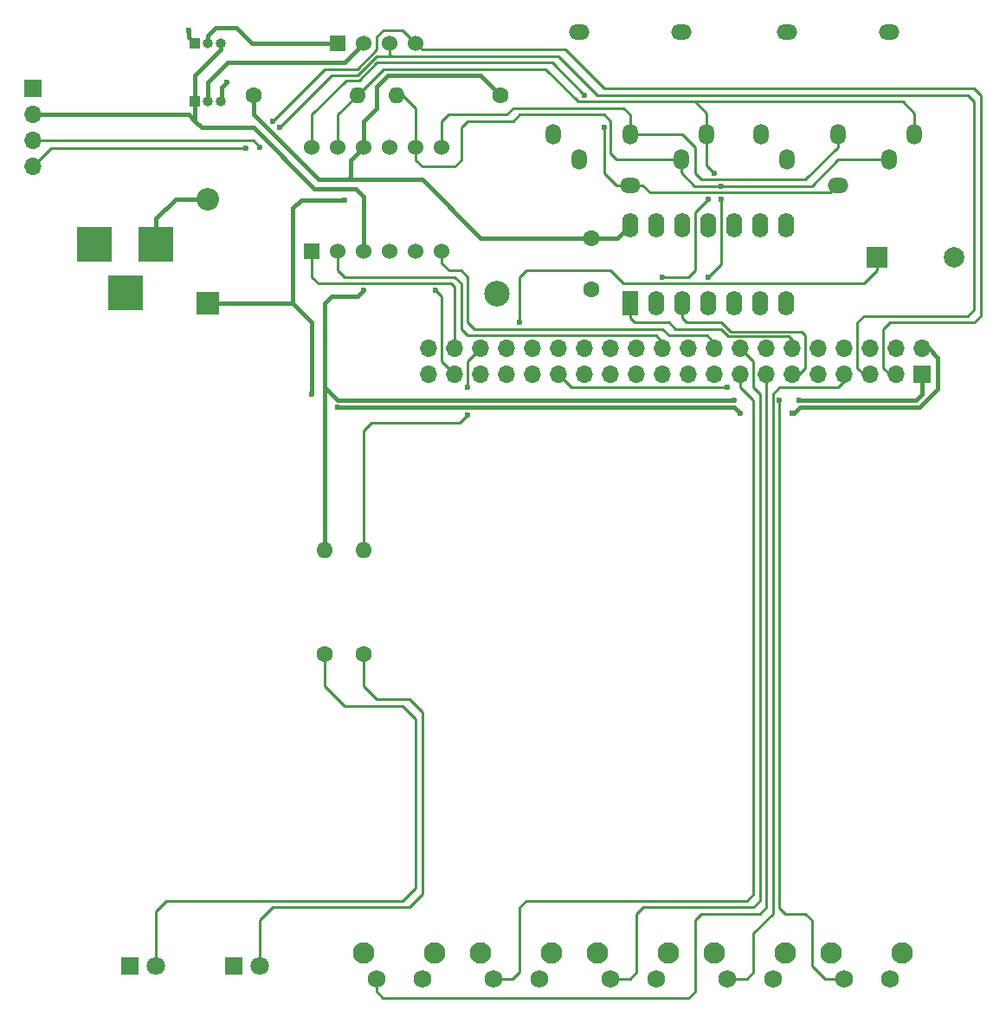
<source format=gtl>
G04 #@! TF.GenerationSoftware,KiCad,Pcbnew,(5.1.5)-3*
G04 #@! TF.CreationDate,2020-09-27T22:15:39+02:00*
G04 #@! TF.ProjectId,C64 Pi1541-II Module,43363420-5069-4313-9534-312d4949204d,rev?*
G04 #@! TF.SameCoordinates,Original*
G04 #@! TF.FileFunction,Copper,L1,Top*
G04 #@! TF.FilePolarity,Positive*
%FSLAX46Y46*%
G04 Gerber Fmt 4.6, Leading zero omitted, Abs format (unit mm)*
G04 Created by KiCad (PCBNEW (5.1.5)-3) date 2020-09-27 22:15:39*
%MOMM*%
%LPD*%
G04 APERTURE LIST*
%ADD10C,2.100000*%
%ADD11C,1.750000*%
%ADD12O,1.700000X1.700000*%
%ADD13R,1.700000X1.700000*%
%ADD14C,2.000000*%
%ADD15R,2.000000X2.000000*%
%ADD16C,1.600000*%
%ADD17O,2.200000X2.200000*%
%ADD18R,2.200000X2.200000*%
%ADD19R,1.800000X1.800000*%
%ADD20C,1.800000*%
%ADD21R,1.524000X1.524000*%
%ADD22C,1.524000*%
%ADD23C,2.500000*%
%ADD24O,1.600000X2.400000*%
%ADD25R,1.600000X2.400000*%
%ADD26R,3.500000X3.500000*%
%ADD27O,1.524000X2.000000*%
%ADD28O,2.000000X1.524000*%
%ADD29O,1.600000X1.600000*%
%ADD30O,1.000000X1.000000*%
%ADD31R,1.000000X1.000000*%
%ADD32C,0.600000*%
%ADD33C,0.381000*%
%ADD34C,0.250000*%
G04 APERTURE END LIST*
D10*
X136505000Y-147370000D03*
D11*
X135255000Y-149860000D03*
X130755000Y-149860000D03*
D10*
X129495000Y-147370000D03*
X147935000Y-147370000D03*
D11*
X146685000Y-149860000D03*
X142185000Y-149860000D03*
D10*
X140925000Y-147370000D03*
X152355000Y-147370000D03*
D11*
X153615000Y-149860000D03*
X158115000Y-149860000D03*
D10*
X159365000Y-147370000D03*
X113645000Y-147370000D03*
D11*
X112395000Y-149860000D03*
X107895000Y-149860000D03*
D10*
X106635000Y-147370000D03*
X118065000Y-147370000D03*
D11*
X119325000Y-149860000D03*
X123825000Y-149860000D03*
D10*
X125075000Y-147370000D03*
D12*
X74295000Y-70485000D03*
X74295000Y-67945000D03*
X74295000Y-65405000D03*
D13*
X74295000Y-62865000D03*
D12*
X113030000Y-88265000D03*
X113030000Y-90805000D03*
X130810000Y-88265000D03*
X130810000Y-90805000D03*
X135890000Y-88265000D03*
X135890000Y-90805000D03*
X125730000Y-88265000D03*
X125730000Y-90805000D03*
X153670000Y-88265000D03*
X153670000Y-90805000D03*
X123190000Y-88265000D03*
X123190000Y-90805000D03*
X140970000Y-88265000D03*
X140970000Y-90805000D03*
X118110000Y-88265000D03*
X118110000Y-90805000D03*
X120650000Y-88265000D03*
X120650000Y-90805000D03*
X115570000Y-88265000D03*
X115570000Y-90805000D03*
X138430000Y-88265000D03*
X138430000Y-90805000D03*
X151130000Y-88265000D03*
X151130000Y-90805000D03*
X146050000Y-88265000D03*
X146050000Y-90805000D03*
X128270000Y-88265000D03*
X128270000Y-90805000D03*
X148590000Y-88265000D03*
X148590000Y-90805000D03*
X133350000Y-88265000D03*
X133350000Y-90805000D03*
D13*
X161290000Y-90805000D03*
D12*
X161290000Y-88265000D03*
X156210000Y-90805000D03*
X158750000Y-88265000D03*
X143510000Y-88265000D03*
X143510000Y-90805000D03*
X158750000Y-90805000D03*
X156210000Y-88265000D03*
D14*
X164445000Y-79375000D03*
D15*
X156845000Y-79375000D03*
D16*
X128905000Y-82470000D03*
X128905000Y-77470000D03*
D17*
X91440000Y-73660000D03*
D18*
X91440000Y-83820000D03*
D19*
X93980000Y-148590000D03*
D20*
X96520000Y-148590000D03*
X86360000Y-148590000D03*
D19*
X83820000Y-148590000D03*
D21*
X104140000Y-58420000D03*
D22*
X106680000Y-58420000D03*
X109220000Y-58420000D03*
X111760000Y-58420000D03*
D23*
X119700000Y-82920000D03*
D24*
X132715000Y-76200000D03*
X147955000Y-83820000D03*
X135255000Y-76200000D03*
X145415000Y-83820000D03*
X137795000Y-76200000D03*
X142875000Y-83820000D03*
X140335000Y-76200000D03*
X140335000Y-83820000D03*
X142875000Y-76200000D03*
X137795000Y-83820000D03*
X145415000Y-76200000D03*
X135255000Y-83820000D03*
X147955000Y-76200000D03*
D25*
X132715000Y-83820000D03*
D21*
X101600000Y-78740000D03*
D22*
X104140000Y-78740000D03*
X106680000Y-78740000D03*
X109220000Y-78740000D03*
X111760000Y-78740000D03*
X114300000Y-78740000D03*
X114300000Y-68580000D03*
X111760000Y-68580000D03*
X109220000Y-68580000D03*
X106680000Y-68580000D03*
X104140000Y-68580000D03*
X101600000Y-68580000D03*
D26*
X83360000Y-82805000D03*
X80360000Y-78105000D03*
X86360000Y-78105000D03*
D27*
X158035000Y-69810000D03*
X148035000Y-69810000D03*
X160535000Y-67310000D03*
X145535000Y-67310000D03*
D28*
X158035000Y-57310000D03*
X148035000Y-57310000D03*
D27*
X153035000Y-67310000D03*
D28*
X153035000Y-72310000D03*
X132715000Y-72310000D03*
D27*
X132715000Y-67310000D03*
D28*
X127715000Y-57310000D03*
X137715000Y-57310000D03*
D27*
X125215000Y-67310000D03*
X140215000Y-67310000D03*
X127715000Y-69810000D03*
X137715000Y-69810000D03*
D16*
X95885000Y-63500000D03*
D29*
X106045000Y-63500000D03*
X109855000Y-63500000D03*
D16*
X120015000Y-63500000D03*
D29*
X102870000Y-107950000D03*
D16*
X102870000Y-118110000D03*
X106680000Y-118110000D03*
D29*
X106680000Y-107950000D03*
D30*
X92710000Y-58420000D03*
X91440000Y-58420000D03*
D31*
X90170000Y-58420000D03*
X90170000Y-64135000D03*
D30*
X91440000Y-64135000D03*
X92710000Y-64135000D03*
D32*
X89535000Y-57150014D03*
X93289490Y-62230026D03*
X106680000Y-82550000D03*
X142875000Y-93289490D03*
X149216261Y-93307664D03*
X104140000Y-93980000D03*
X101600000Y-92710000D03*
X143510000Y-94615000D03*
X148590022Y-94615000D03*
X105410008Y-71754992D03*
X104775000Y-73715510D03*
X142240000Y-92075000D03*
X147320000Y-93289490D03*
X116840000Y-92075000D03*
X116840000Y-94742000D03*
X121920000Y-85725000D03*
X113665038Y-82550000D03*
X96520000Y-68579986D03*
X98425000Y-66675000D03*
X95125551Y-68704449D03*
X97789970Y-66040000D03*
X140335000Y-81280000D03*
X141605000Y-72390012D03*
X141605000Y-73660000D03*
X140970000Y-71120000D03*
X140335000Y-73660000D03*
X135890000Y-81280000D03*
X128270000Y-63500000D03*
X130175000Y-66675000D03*
D33*
X89535000Y-57815000D02*
X89535000Y-57150014D01*
X90140000Y-58420000D02*
X89535000Y-57815000D01*
X92740000Y-62779516D02*
X93289490Y-62230026D01*
X92740000Y-64135000D02*
X92740000Y-62779516D01*
X103505000Y-83185000D02*
X102870000Y-83820000D01*
X106680000Y-82550000D02*
X106045000Y-83185000D01*
X106045000Y-83185000D02*
X103505000Y-83185000D01*
X102870000Y-92710000D02*
X102870000Y-107950000D01*
X102870000Y-90805000D02*
X102870000Y-92710000D01*
X102870000Y-83820000D02*
X102870000Y-90805000D01*
X160692336Y-93307664D02*
X149640525Y-93307664D01*
X161290000Y-92710000D02*
X160692336Y-93307664D01*
X149640525Y-93307664D02*
X149216261Y-93307664D01*
X161290000Y-90805000D02*
X161290000Y-92710000D01*
X106680000Y-73406000D02*
X106680000Y-78740000D01*
X105918000Y-72644000D02*
X106680000Y-73406000D01*
X95885000Y-66675000D02*
X101854000Y-72644000D01*
X101854000Y-72644000D02*
X105918000Y-72644000D01*
X94615000Y-66675000D02*
X95885000Y-66675000D01*
X142450736Y-93289490D02*
X142875000Y-93289490D01*
X102870000Y-90805000D02*
X102870000Y-92075000D01*
X104084490Y-93289490D02*
X142450736Y-93289490D01*
X102870000Y-92075000D02*
X104084490Y-93289490D01*
X90170000Y-61595000D02*
X90170000Y-64135000D01*
X92710000Y-58420000D02*
X92710000Y-59055000D01*
X92710000Y-59055000D02*
X90170000Y-61595000D01*
X94615000Y-66675000D02*
X90805000Y-66675000D01*
X90170000Y-66040000D02*
X90170000Y-64135000D01*
X90805000Y-66675000D02*
X90170000Y-66040000D01*
X89535000Y-65405000D02*
X90170000Y-66040000D01*
X83820000Y-65405000D02*
X89535000Y-65405000D01*
X83820000Y-65405000D02*
X74295000Y-65405000D01*
X101600000Y-92285736D02*
X101600000Y-92710000D01*
X104140000Y-93980000D02*
X142875000Y-93980000D01*
X142875000Y-93980000D02*
X143510000Y-94615000D01*
X148738643Y-94615000D02*
X148590022Y-94615000D01*
X149373643Y-93980000D02*
X148738643Y-94615000D01*
X162814000Y-92202000D02*
X161036000Y-93980000D01*
X162814000Y-89154000D02*
X162814000Y-92202000D01*
X161925000Y-88265000D02*
X162814000Y-89154000D01*
X161036000Y-93980000D02*
X149373643Y-93980000D01*
X161290000Y-88265000D02*
X161925000Y-88265000D01*
X131445000Y-77470000D02*
X132715000Y-76200000D01*
X128905000Y-77470000D02*
X131445000Y-77470000D01*
X118110000Y-77470000D02*
X112395000Y-71755000D01*
X128905000Y-77470000D02*
X118110000Y-77470000D01*
X112395000Y-71755000D02*
X105410008Y-71754992D01*
X101600000Y-85725000D02*
X99695000Y-83820000D01*
X101600000Y-85725000D02*
X101600000Y-92285736D01*
X105410008Y-69849992D02*
X106680000Y-68580000D01*
X105410008Y-71754992D02*
X105410008Y-69849992D01*
X105410008Y-71754992D02*
X102234992Y-71754992D01*
X95885000Y-65405000D02*
X95885000Y-63500000D01*
X102234992Y-71754992D02*
X95885000Y-65405000D01*
X99695000Y-83820000D02*
X99695000Y-74549000D01*
X100528490Y-73715510D02*
X104775000Y-73715510D01*
X99695000Y-74549000D02*
X100528490Y-73715510D01*
X106680000Y-66040000D02*
X106680000Y-68580000D01*
X118110000Y-61595000D02*
X109029500Y-61595000D01*
X107950000Y-62674500D02*
X107950000Y-64770000D01*
X120015000Y-63500000D02*
X118110000Y-61595000D01*
X109029500Y-61595000D02*
X107950000Y-62674500D01*
X107950000Y-64770000D02*
X106680000Y-66040000D01*
X99695000Y-83820000D02*
X91440000Y-83820000D01*
X86360000Y-75565000D02*
X86360000Y-78105000D01*
X91440000Y-73660000D02*
X88265000Y-73660000D01*
X88265000Y-73660000D02*
X86360000Y-75565000D01*
D34*
X97790000Y-142875000D02*
X96520000Y-144145000D01*
X111125000Y-142875000D02*
X97790000Y-142875000D01*
X112395000Y-141605000D02*
X111125000Y-142875000D01*
X107950000Y-122555000D02*
X111125000Y-122555000D01*
X111125000Y-122555000D02*
X112395000Y-123825000D01*
X96520000Y-144145000D02*
X96520000Y-148590000D01*
X106680000Y-118110000D02*
X106680000Y-121285000D01*
X106680000Y-121285000D02*
X107950000Y-122555000D01*
X112395000Y-123825000D02*
X112395000Y-141605000D01*
D33*
X91440000Y-64135000D02*
X91440000Y-62230000D01*
X91440000Y-62230000D02*
X93345000Y-60325000D01*
X93345000Y-60325000D02*
X104775000Y-60325000D01*
X104775000Y-60325000D02*
X106680000Y-58420000D01*
D34*
X110490000Y-142240000D02*
X95885000Y-142240000D01*
X102870000Y-121285000D02*
X104775000Y-123190000D01*
X102870000Y-118110000D02*
X102870000Y-121285000D01*
X111760000Y-124460000D02*
X111760000Y-140970000D01*
X111760000Y-140970000D02*
X110490000Y-142240000D01*
X104775000Y-123190000D02*
X110490000Y-123190000D01*
X110490000Y-123190000D02*
X111760000Y-124460000D01*
X86360000Y-148590000D02*
X86360000Y-143256000D01*
X87376000Y-142240000D02*
X95758000Y-142240000D01*
X86360000Y-143256000D02*
X87376000Y-142240000D01*
X95885000Y-142240000D02*
X95758000Y-142240000D01*
X135890000Y-87630000D02*
X135890000Y-88265000D01*
X116840000Y-86995000D02*
X135255000Y-86995000D01*
X116205000Y-86360000D02*
X116840000Y-86995000D01*
X104140000Y-80645000D02*
X104775000Y-81280000D01*
X104775000Y-81280000D02*
X115570000Y-81280000D01*
X135255000Y-86995000D02*
X135890000Y-87630000D01*
X104140000Y-78740000D02*
X104140000Y-80645000D01*
X115570000Y-81280000D02*
X116205000Y-81915000D01*
X116205000Y-81915000D02*
X116205000Y-86360000D01*
X125730000Y-90805000D02*
X127000000Y-92075000D01*
X127000000Y-92075000D02*
X142240000Y-92075000D01*
X147320000Y-142897436D02*
X147320000Y-93713754D01*
X147320000Y-93713754D02*
X147320000Y-93289490D01*
X153615000Y-149860000D02*
X151765000Y-149860000D01*
X151765000Y-149860000D02*
X150495000Y-148590000D01*
X150495000Y-148590000D02*
X150495000Y-144145000D01*
X150495000Y-144145000D02*
X149860000Y-143510000D01*
X147932564Y-143510000D02*
X147320000Y-142897436D01*
X149860000Y-143510000D02*
X147932564Y-143510000D01*
X153670000Y-91440000D02*
X153670000Y-90805000D01*
X146685000Y-92710000D02*
X147320000Y-92075000D01*
X153035000Y-92075000D02*
X153670000Y-91440000D01*
X147320000Y-92075000D02*
X153035000Y-92075000D01*
X146685000Y-143510000D02*
X146685000Y-92710000D01*
X142185000Y-149860000D02*
X144145000Y-149860000D01*
X144145000Y-149860000D02*
X144780000Y-149225000D01*
X144780000Y-145415000D02*
X146685000Y-143510000D01*
X144780000Y-149225000D02*
X144780000Y-145415000D01*
X140970000Y-87697919D02*
X140970000Y-88265000D01*
X136525000Y-86995000D02*
X140267081Y-86995000D01*
X117475000Y-86360000D02*
X135890000Y-86360000D01*
X135890000Y-86360000D02*
X136525000Y-86995000D01*
X116840000Y-85725000D02*
X117475000Y-86360000D01*
X114300000Y-78740000D02*
X114300000Y-79913815D01*
X116840000Y-81280000D02*
X116840000Y-85725000D01*
X140267081Y-86995000D02*
X140970000Y-87697919D01*
X114300000Y-79913815D02*
X115031185Y-80645000D01*
X115031185Y-80645000D02*
X116205000Y-80645000D01*
X116205000Y-80645000D02*
X116840000Y-81280000D01*
X116840000Y-89535000D02*
X118110000Y-88265000D01*
X116840000Y-92075000D02*
X116840000Y-89535000D01*
X107442000Y-95504000D02*
X116078000Y-95504000D01*
X116078000Y-95504000D02*
X116840000Y-94742000D01*
X106680000Y-107950000D02*
X106680000Y-96266000D01*
X106680000Y-96266000D02*
X107442000Y-95504000D01*
X156845000Y-80645000D02*
X156845000Y-79375000D01*
X121920000Y-81280000D02*
X122555000Y-80645000D01*
X155575000Y-81915000D02*
X156845000Y-80645000D01*
X132080000Y-81915000D02*
X155575000Y-81915000D01*
X121920000Y-85725000D02*
X121920000Y-81280000D01*
X122555000Y-80645000D02*
X130810000Y-80645000D01*
X130810000Y-80645000D02*
X132080000Y-81915000D01*
X115225002Y-81915000D02*
X115570000Y-82259998D01*
X102235000Y-81915000D02*
X115225002Y-81915000D01*
X101600000Y-81280000D02*
X102235000Y-81915000D01*
X115570000Y-82259998D02*
X115570000Y-87062919D01*
X101600000Y-78740000D02*
X101600000Y-81280000D01*
X115570000Y-87062919D02*
X115570000Y-88265000D01*
X113965037Y-82849999D02*
X113665038Y-82550000D01*
X114299968Y-83184930D02*
X113965037Y-82849999D01*
X115570000Y-90805000D02*
X114299968Y-89534968D01*
X114299968Y-89534968D02*
X114299968Y-83184930D01*
X138430000Y-151765000D02*
X110467564Y-151765000D01*
X139065000Y-151130000D02*
X138430000Y-151765000D01*
X146050000Y-90805000D02*
X146050000Y-142875000D01*
X145415000Y-143510000D02*
X139700000Y-143510000D01*
X139700000Y-143510000D02*
X139065000Y-144145000D01*
X146050000Y-142875000D02*
X145415000Y-143510000D01*
X139065000Y-144145000D02*
X139065000Y-151130000D01*
X107895000Y-151097436D02*
X108562564Y-151765000D01*
X107895000Y-149860000D02*
X107895000Y-151097436D01*
X108562564Y-151765000D02*
X110467564Y-151765000D01*
X148590000Y-87415001D02*
X148590000Y-88265000D01*
X142333588Y-87089999D02*
X148264998Y-87089999D01*
X141603589Y-86360000D02*
X142333588Y-87089999D01*
X132715000Y-85270000D02*
X133170000Y-85725000D01*
X148264998Y-87089999D02*
X148590000Y-87415001D01*
X136525000Y-85725000D02*
X137160000Y-86360000D01*
X132715000Y-83820000D02*
X132715000Y-85270000D01*
X133170000Y-85725000D02*
X136525000Y-85725000D01*
X137160000Y-86360000D02*
X141603589Y-86360000D01*
X149860000Y-90170000D02*
X149225000Y-90805000D01*
X149860000Y-86995000D02*
X149860000Y-90170000D01*
X149225000Y-90805000D02*
X148590000Y-90805000D01*
X149504988Y-86639988D02*
X149860000Y-86995000D01*
X137795000Y-85270000D02*
X138250000Y-85725000D01*
X137795000Y-83820000D02*
X137795000Y-85270000D01*
X138250000Y-85725000D02*
X141605000Y-85725000D01*
X142519988Y-86639988D02*
X149504988Y-86639988D01*
X141605000Y-85725000D02*
X142519988Y-86639988D01*
X109220000Y-59055000D02*
X109220000Y-58420000D01*
X109220000Y-59497630D02*
X109220000Y-58420000D01*
X109412370Y-59690000D02*
X109220000Y-59497630D01*
X155575000Y-85090000D02*
X165735000Y-85090000D01*
X156210000Y-90805000D02*
X155575000Y-90805000D01*
X154940000Y-85725000D02*
X155575000Y-85090000D01*
X154940000Y-90170000D02*
X154940000Y-85725000D01*
X155575000Y-90805000D02*
X154940000Y-90170000D01*
X165735000Y-85090000D02*
X166370000Y-84455000D01*
X166370000Y-84455000D02*
X166370000Y-64135000D01*
X129540000Y-63500000D02*
X125730000Y-59690000D01*
X125730000Y-59690000D02*
X109412370Y-59690000D01*
X166370000Y-64135000D02*
X165735000Y-63500000D01*
X165735000Y-63500000D02*
X129540000Y-63500000D01*
X95885014Y-67945000D02*
X96520000Y-68579986D01*
X83820000Y-67945000D02*
X95885014Y-67945000D01*
X109412370Y-59690000D02*
X107951410Y-59690000D01*
X106046410Y-61595000D02*
X103505000Y-61595000D01*
X98724999Y-66375001D02*
X98425000Y-66675000D01*
X103505000Y-61595000D02*
X98724999Y-66375001D01*
X107951410Y-59690000D02*
X106046410Y-61595000D01*
X83820000Y-67945000D02*
X74295000Y-67945000D01*
X133350000Y-143510000D02*
X133350000Y-149225000D01*
X133350000Y-149225000D02*
X132715000Y-149860000D01*
X133985000Y-142875000D02*
X133350000Y-143510000D01*
X143510000Y-88265000D02*
X144780000Y-89535000D01*
X144780000Y-89535000D02*
X144780000Y-92075000D01*
X132715000Y-149860000D02*
X132660000Y-149860000D01*
X144780000Y-142875000D02*
X133985000Y-142875000D01*
X144780000Y-92075000D02*
X145415000Y-92710000D01*
X145415000Y-142240000D02*
X144780000Y-142875000D01*
X145415000Y-92710000D02*
X145415000Y-142240000D01*
X130755000Y-149860000D02*
X132715000Y-149860000D01*
X143510000Y-92007081D02*
X144780000Y-93277081D01*
X144780000Y-93277081D02*
X144780000Y-141605000D01*
X143510000Y-90805000D02*
X143510000Y-92007081D01*
X144780000Y-141605000D02*
X144145000Y-142240000D01*
X144145000Y-142240000D02*
X124460000Y-142240000D01*
X124460000Y-142240000D02*
X122555000Y-142240000D01*
X122555000Y-142240000D02*
X121920000Y-142875000D01*
X121920000Y-149170000D02*
X121230000Y-149860000D01*
X121920000Y-142875000D02*
X121920000Y-149170000D01*
X119325000Y-149860000D02*
X121230000Y-149860000D01*
X112395000Y-59055000D02*
X111760000Y-58420000D01*
X126365000Y-59055000D02*
X112395000Y-59055000D01*
X157480000Y-90170000D02*
X157480000Y-86360000D01*
X167005000Y-63500000D02*
X166370000Y-62865000D01*
X158750000Y-90805000D02*
X158115000Y-90805000D01*
X157480000Y-86360000D02*
X158115000Y-85725000D01*
X158115000Y-90805000D02*
X157480000Y-90170000D01*
X166370000Y-85725000D02*
X167005000Y-85090000D01*
X158115000Y-85725000D02*
X166370000Y-85725000D01*
X166370000Y-62865000D02*
X130175000Y-62865000D01*
X130175000Y-62865000D02*
X126365000Y-59055000D01*
X167005000Y-85090000D02*
X167005000Y-63500000D01*
X95125551Y-68704449D02*
X85600551Y-68704449D01*
X102869970Y-60960000D02*
X98089969Y-65740001D01*
X111760000Y-58420000D02*
X110490000Y-57150000D01*
X110490000Y-57150000D02*
X108585000Y-57150000D01*
X108585000Y-57150000D02*
X107950000Y-57785000D01*
X107950000Y-57785000D02*
X107950000Y-59055000D01*
X98089969Y-65740001D02*
X97789970Y-66040000D01*
X106045000Y-60960000D02*
X102869970Y-60960000D01*
X107950000Y-59055000D02*
X106045000Y-60960000D01*
X76075551Y-68704449D02*
X74295000Y-70485000D01*
X85600551Y-68704449D02*
X76075551Y-68704449D01*
D33*
X92202000Y-56896000D02*
X91440000Y-57658000D01*
X94234000Y-56896000D02*
X92202000Y-56896000D01*
X95758000Y-58420000D02*
X94234000Y-56896000D01*
X104140000Y-58420000D02*
X95758000Y-58420000D01*
X91440000Y-57658000D02*
X91440000Y-58420000D01*
D34*
X110490000Y-63500000D02*
X109855000Y-63500000D01*
X111760000Y-68580000D02*
X111760000Y-64770000D01*
X111760000Y-64770000D02*
X110490000Y-63500000D01*
X111760000Y-69850000D02*
X111760000Y-68580000D01*
X130175000Y-65405000D02*
X121920000Y-65405000D01*
X112395000Y-70485000D02*
X111760000Y-69850000D01*
X130810000Y-69215000D02*
X130810000Y-66040000D01*
X115570000Y-70485000D02*
X112395000Y-70485000D01*
X130810000Y-66040000D02*
X130175000Y-65405000D01*
X116840000Y-66040000D02*
X116205000Y-66675000D01*
X137715000Y-69810000D02*
X131405000Y-69810000D01*
X131405000Y-69810000D02*
X130810000Y-69215000D01*
X116205000Y-66675000D02*
X116205000Y-69850000D01*
X121285000Y-66040000D02*
X116840000Y-66040000D01*
X121920000Y-65405000D02*
X121285000Y-66040000D01*
X116205000Y-69850000D02*
X115570000Y-70485000D01*
X137715000Y-71060000D02*
X139045012Y-72390012D01*
X141180736Y-72390012D02*
X141605000Y-72390012D01*
X139045012Y-72390012D02*
X141180736Y-72390012D01*
X137715000Y-69810000D02*
X137715000Y-71060000D01*
X157023000Y-69810000D02*
X158035000Y-69810000D01*
X153075000Y-69810000D02*
X157023000Y-69810000D01*
X141605000Y-72390012D02*
X150494988Y-72390012D01*
X150494988Y-72390012D02*
X153075000Y-69810000D01*
X140335000Y-81280000D02*
X141605000Y-80010000D01*
X141605000Y-74084264D02*
X141605000Y-73660000D01*
X141605000Y-80010000D02*
X141605000Y-74084264D01*
X140215000Y-67310000D02*
X140215000Y-66060000D01*
X140215000Y-65285000D02*
X139065000Y-64135000D01*
X140215000Y-66060000D02*
X140215000Y-65285000D01*
X140215000Y-67310000D02*
X140215000Y-69095000D01*
X140335000Y-73660000D02*
X139065000Y-74930000D01*
X139065000Y-74930000D02*
X139065000Y-80645000D01*
X139065000Y-80645000D02*
X138430000Y-81280000D01*
X138430000Y-81280000D02*
X135890000Y-81280000D01*
X140215000Y-70365000D02*
X140970000Y-71120000D01*
X140215000Y-69095000D02*
X140215000Y-70365000D01*
X160535000Y-65285000D02*
X160535000Y-67310000D01*
X139065000Y-64135000D02*
X159385000Y-64135000D01*
X159385000Y-64135000D02*
X160535000Y-65285000D01*
X108585000Y-60960000D02*
X106045000Y-63500000D01*
X124460000Y-60960000D02*
X108585000Y-60960000D01*
X139065000Y-64135000D02*
X127635000Y-64135000D01*
X127635000Y-64135000D02*
X124460000Y-60960000D01*
X104140000Y-66675000D02*
X104140000Y-68580000D01*
X106045000Y-63500000D02*
X104140000Y-65405000D01*
X104140000Y-65405000D02*
X104140000Y-66675000D01*
X114300000Y-66040000D02*
X114300000Y-68580000D01*
X132715000Y-65405000D02*
X132080000Y-64770000D01*
X121285000Y-64770000D02*
X120650000Y-65405000D01*
X132715000Y-67310000D02*
X132715000Y-65405000D01*
X120650000Y-65405000D02*
X114935000Y-65405000D01*
X114935000Y-65405000D02*
X114300000Y-66040000D01*
X132080000Y-64770000D02*
X121285000Y-64770000D01*
X137795000Y-67310000D02*
X133727000Y-67310000D01*
X153035000Y-68560000D02*
X149840000Y-71755000D01*
X153035000Y-67310000D02*
X153035000Y-68560000D01*
X149840000Y-71755000D02*
X139700000Y-71755000D01*
X133727000Y-67310000D02*
X132715000Y-67310000D01*
X139700000Y-71755000D02*
X139065000Y-71120000D01*
X139065000Y-68580000D02*
X137795000Y-67310000D01*
X139065000Y-71120000D02*
X139065000Y-68580000D01*
X130175000Y-71120000D02*
X130175000Y-66675000D01*
X132715000Y-72310000D02*
X131365000Y-72310000D01*
X131365000Y-72310000D02*
X130175000Y-71120000D01*
X152320000Y-73025000D02*
X153035000Y-72310000D01*
X134680000Y-73025000D02*
X152320000Y-73025000D01*
X132715000Y-72310000D02*
X133965000Y-72310000D01*
X133965000Y-72310000D02*
X134680000Y-73025000D01*
X101600000Y-67502370D02*
X101600000Y-68580000D01*
X101600000Y-65405000D02*
X101600000Y-67502370D01*
X128270000Y-63500000D02*
X125095000Y-60325000D01*
X107952820Y-60325000D02*
X106232809Y-62045011D01*
X125095000Y-60325000D02*
X107952820Y-60325000D01*
X106232809Y-62045011D02*
X104959989Y-62045011D01*
X104959989Y-62045011D02*
X101600000Y-65405000D01*
M02*

</source>
